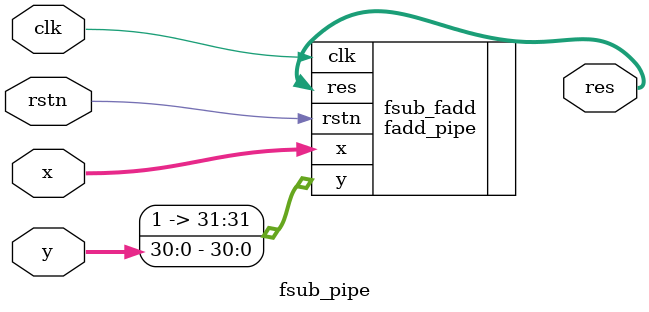
<source format=sv>
`default_nettype none

module fsub_pipe
    (
        input wire clk,
        input wire rstn,
        input wire [31:0] x,
        input wire [31:0] y,
        output wire [31:0] res
    );

    fadd_pipe fsub_fadd(
        .clk(clk),
        .rstn(rstn),
        .x(x),
        .y({1'b1,y[30:0]}),
        .res(res)
    );

endmodule

`default_nettype wire
</source>
